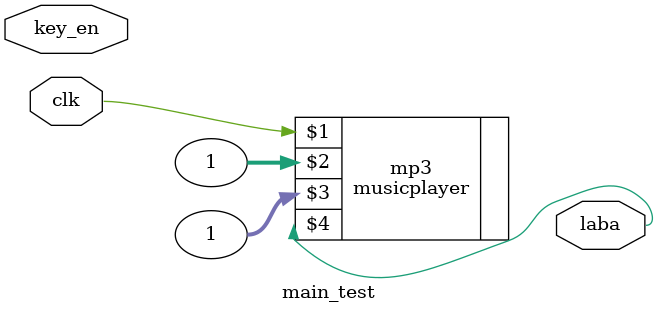
<source format=v>
`timescale 1ns / 1ps

module main_test(
    input clk,
    input key_en,
    // input [3:0] row,  // [0-3] K3 L3 J4 K4
    // output [3:0] col,  // [0-3] L5 J6 K6 M2
    // output [7:0] seg_out,
    // output reg [7:0] seg_en
    output laba
    );
    // wire [3:0] x;
    // key_top1 kt(clk, key_en,row,col,x);
    // seg_tube st(x,seg_out);
    // always @*
    // seg_en = 0;

    // reg[1:0] sel=1;
    musicplayer mp3(clk,1,1,laba);
    // reg[30:0] cnt = 0;

    // always @ (negedge clk) begin
    //     if(cnt == 10000) begin
    //         cnt = 0;
    //         laba = ~laba;
    //     end else cnt=cnt+1;
    // end
endmodule

</source>
